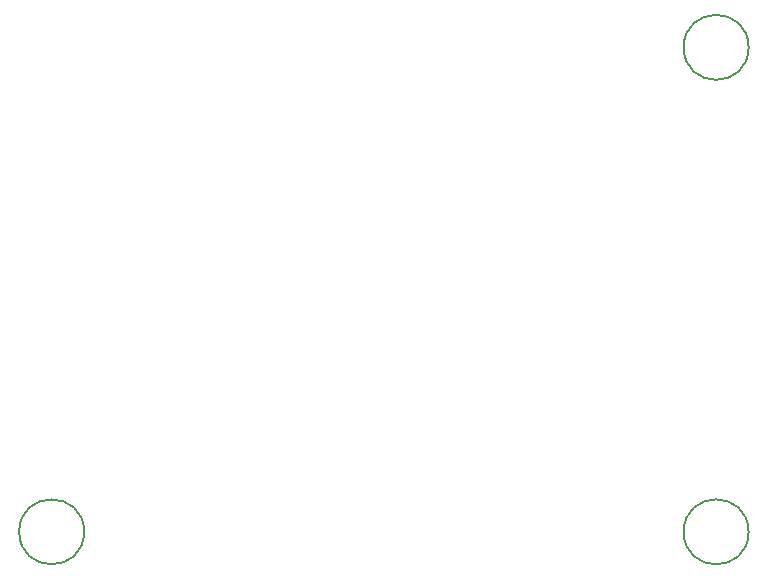
<source format=gbr>
G04 #@! TF.GenerationSoftware,KiCad,Pcbnew,5.1.6*
G04 #@! TF.CreationDate,2020-08-06T14:11:33+02:00*
G04 #@! TF.ProjectId,protoboard,70726f74-6f62-46f6-9172-642e6b696361,rev?*
G04 #@! TF.SameCoordinates,Original*
G04 #@! TF.FileFunction,Other,Comment*
%FSLAX46Y46*%
G04 Gerber Fmt 4.6, Leading zero omitted, Abs format (unit mm)*
G04 Created by KiCad (PCBNEW 5.1.6) date 2020-08-06 14:11:33*
%MOMM*%
%LPD*%
G01*
G04 APERTURE LIST*
%ADD10C,0.150000*%
G04 APERTURE END LIST*
D10*
X106382000Y-33401000D02*
G75*
G03*
X106382000Y-33401000I-2750000J0D01*
G01*
X106382000Y-74422000D02*
G75*
G03*
X106382000Y-74422000I-2750000J0D01*
G01*
X50121000Y-74422000D02*
G75*
G03*
X50121000Y-74422000I-2750000J0D01*
G01*
M02*

</source>
